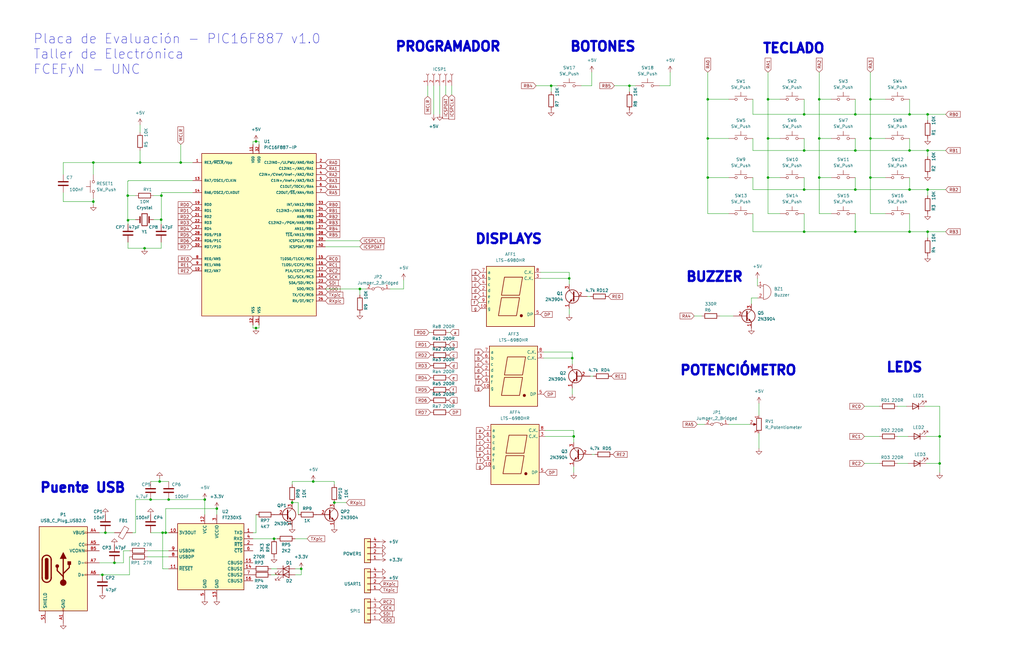
<source format=kicad_sch>
(kicad_sch (version 20230121) (generator eeschema)
  (paper "USLedger")
  (junction (at 383.54 63.5))
  (junction (at 39.37 85.09))
  (junction (at 241.935 184.15))
  (junction (at 76.2 68.58))
  (junction (at 44.45 224.79))
  (junction (at 345.44 74.93))
  (junction (at 360.68 80.01))
  (junction (at 298.45 58.42))
  (junction (at 339.09 80.01))
  (junction (at 140.97 212.09))
  (junction (at 391.16 63.5))
  (junction (at 241.3 151.13))
  (junction (at 67.945 92.71))
  (junction (at 383.54 97.79))
  (junction (at 360.68 63.5))
  (junction (at 107.95 138.43))
  (junction (at 60.96 104.775))
  (junction (at 59.055 68.58))
  (junction (at 86.36 210.82))
  (junction (at 132.08 203.2))
  (junction (at 107.95 59.69))
  (junction (at 115.57 227.33))
  (junction (at 391.16 97.79))
  (junction (at 91.44 214.63))
  (junction (at 53.975 92.964))
  (junction (at 123.19 212.09))
  (junction (at 127 240.03))
  (junction (at 240.03 117.475))
  (junction (at 265.43 36.195))
  (junction (at 71.12 210.82))
  (junction (at 367.03 74.93))
  (junction (at 68.072 82.55))
  (junction (at 48.26 237.49))
  (junction (at 298.45 41.91))
  (junction (at 151.765 121.92))
  (junction (at 383.54 80.01))
  (junction (at 323.85 58.42))
  (junction (at 367.03 58.42))
  (junction (at 396.24 184.15))
  (junction (at 339.09 63.5))
  (junction (at 39.37 68.58))
  (junction (at 391.16 80.01))
  (junction (at 360.68 97.79))
  (junction (at 43.18 242.57))
  (junction (at 383.54 48.26))
  (junction (at 232.41 36.195))
  (junction (at 67.31 203.2))
  (junction (at 298.45 74.93))
  (junction (at 339.09 48.26))
  (junction (at 69.85 224.79))
  (junction (at 391.16 48.26))
  (junction (at 323.85 41.91))
  (junction (at 53.848 82.55))
  (junction (at 68.58 224.79))
  (junction (at 367.03 41.91))
  (junction (at 339.09 97.79))
  (junction (at 360.68 48.26))
  (junction (at 323.85 74.93))
  (junction (at 345.44 58.42))
  (junction (at 345.44 41.91))
  (junction (at 63.5 210.82))
  (junction (at 396.24 195.58))
  (wire (pts (xy 383.54 80.01) (xy 391.16 80.01)))
  (wire (pts (xy 383.54 58.42) (xy 383.54 63.5)))
  (wire (pts (xy 323.85 90.17) (xy 323.85 74.93)))
  (wire (pts (xy 91.44 214.63) (xy 91.44 217.17)))
  (wire (pts (xy 52.07 237.49) (xy 52.07 232.41)))
  (wire (pts (xy 328.93 41.91) (xy 323.85 41.91)))
  (wire (pts (xy 182.88 48.26) (xy 182.88 36.195)))
  (wire (pts (xy 107.95 59.69) (xy 109.22 59.69)))
  (wire (pts (xy 383.54 90.17) (xy 383.54 97.79)))
  (wire (pts (xy 240.03 117.475) (xy 240.03 120.015)))
  (wire (pts (xy 41.91 242.57) (xy 43.18 242.57)))
  (wire (pts (xy 307.34 90.17) (xy 298.45 90.17)))
  (wire (pts (xy 360.68 58.42) (xy 360.68 63.5)))
  (wire (pts (xy 86.36 210.82) (xy 86.36 217.17)))
  (wire (pts (xy 48.26 237.49) (xy 52.07 237.49)))
  (wire (pts (xy 54.102 76.2) (xy 81.28 76.2)))
  (wire (pts (xy 345.44 41.91) (xy 345.44 58.42)))
  (wire (pts (xy 124.46 242.57) (xy 127 242.57)))
  (wire (pts (xy 106.68 59.69) (xy 106.68 60.96)))
  (wire (pts (xy 109.22 138.43) (xy 109.22 137.16)))
  (wire (pts (xy 360.68 41.91) (xy 360.68 48.26)))
  (wire (pts (xy 62.23 234.95) (xy 71.12 234.95)))
  (wire (pts (xy 64.77 92.71) (xy 67.945 92.71)))
  (wire (pts (xy 364.49 171.45) (xy 370.84 171.45)))
  (wire (pts (xy 62.23 232.41) (xy 71.12 232.41)))
  (wire (pts (xy 232.41 36.195) (xy 232.41 38.735)))
  (wire (pts (xy 229.87 184.15) (xy 241.935 184.15)))
  (wire (pts (xy 115.57 227.33) (xy 106.68 227.33)))
  (wire (pts (xy 282.575 36.195) (xy 278.13 36.195)))
  (wire (pts (xy 345.44 74.93) (xy 350.52 74.93)))
  (wire (pts (xy 345.44 30.48) (xy 345.44 41.91)))
  (wire (pts (xy 373.38 90.17) (xy 367.03 90.17)))
  (wire (pts (xy 67.31 201.93) (xy 67.31 203.2)))
  (wire (pts (xy 53.975 102.235) (xy 53.975 104.775)))
  (wire (pts (xy 123.19 203.2) (xy 123.19 204.47)))
  (wire (pts (xy 247.65 125.095) (xy 248.92 125.095)))
  (wire (pts (xy 339.09 90.17) (xy 339.09 97.79)))
  (wire (pts (xy 241.935 196.85) (xy 241.935 199.39)))
  (wire (pts (xy 180.34 36.195) (xy 180.34 40.64)))
  (wire (pts (xy 69.85 224.79) (xy 68.58 224.79)))
  (wire (pts (xy 54.102 76.454) (xy 54.102 76.2)))
  (wire (pts (xy 316.865 125.73) (xy 316.865 128.27)))
  (wire (pts (xy 53.975 92.71) (xy 57.15 92.71)))
  (wire (pts (xy 64.77 82.55) (xy 68.072 82.55)))
  (wire (pts (xy 63.5 203.2) (xy 67.31 203.2)))
  (wire (pts (xy 319.405 117.475) (xy 319.405 120.65)))
  (wire (pts (xy 282.575 30.48) (xy 282.575 36.195)))
  (wire (pts (xy 39.37 68.58) (xy 59.055 68.58)))
  (wire (pts (xy 317.5 74.93) (xy 317.5 80.01)))
  (wire (pts (xy 328.93 90.17) (xy 323.85 90.17)))
  (wire (pts (xy 41.91 237.49) (xy 48.26 237.49)))
  (wire (pts (xy 396.24 195.58) (xy 396.24 199.39)))
  (wire (pts (xy 180.975 140.335) (xy 181.61 140.335)))
  (wire (pts (xy 360.68 90.17) (xy 360.68 97.79)))
  (wire (pts (xy 367.03 58.42) (xy 367.03 74.93)))
  (wire (pts (xy 68.072 92.71) (xy 67.945 92.71)))
  (wire (pts (xy 259.08 36.195) (xy 265.43 36.195)))
  (wire (pts (xy 151.765 121.92) (xy 154.305 121.92)))
  (wire (pts (xy 71.12 240.03) (xy 68.58 240.03)))
  (wire (pts (xy 367.03 74.93) (xy 373.38 74.93)))
  (wire (pts (xy 71.12 224.79) (xy 69.85 224.79)))
  (wire (pts (xy 339.09 74.93) (xy 339.09 80.01)))
  (wire (pts (xy 367.03 41.91) (xy 373.38 41.91)))
  (wire (pts (xy 226.06 36.195) (xy 232.41 36.195)))
  (wire (pts (xy 76.2 60.96) (xy 76.2 68.58)))
  (wire (pts (xy 339.09 63.5) (xy 360.68 63.5)))
  (wire (pts (xy 114.3 242.57) (xy 116.84 242.57)))
  (wire (pts (xy 298.45 90.17) (xy 298.45 74.93)))
  (wire (pts (xy 345.44 58.42) (xy 350.52 58.42)))
  (wire (pts (xy 54.102 76.454) (xy 53.848 76.454)))
  (wire (pts (xy 53.975 92.964) (xy 53.975 94.615)))
  (wire (pts (xy 53.848 76.454) (xy 53.848 82.55)))
  (wire (pts (xy 52.07 232.41) (xy 54.61 232.41)))
  (wire (pts (xy 71.12 210.82) (xy 86.36 210.82)))
  (wire (pts (xy 391.16 50.8) (xy 391.16 48.26)))
  (wire (pts (xy 164.465 121.92) (xy 170.18 121.92)))
  (wire (pts (xy 109.22 59.69) (xy 109.22 60.96)))
  (wire (pts (xy 396.24 184.15) (xy 396.24 195.58)))
  (wire (pts (xy 26.67 68.58) (xy 39.37 68.58)))
  (wire (pts (xy 298.45 74.93) (xy 307.34 74.93)))
  (wire (pts (xy 364.49 195.58) (xy 370.84 195.58)))
  (wire (pts (xy 44.45 224.79) (xy 48.26 224.79)))
  (wire (pts (xy 170.18 121.92) (xy 170.18 118.11)))
  (wire (pts (xy 107.95 138.43) (xy 109.22 138.43)))
  (wire (pts (xy 140.97 203.2) (xy 140.97 204.47)))
  (wire (pts (xy 383.54 41.91) (xy 383.54 48.26)))
  (wire (pts (xy 323.85 30.48) (xy 323.85 41.91)))
  (wire (pts (xy 350.52 90.17) (xy 345.44 90.17)))
  (wire (pts (xy 240.03 114.935) (xy 240.03 117.475)))
  (wire (pts (xy 63.5 210.82) (xy 71.12 210.82)))
  (wire (pts (xy 69.85 224.79) (xy 69.85 214.63)))
  (wire (pts (xy 76.2 68.58) (xy 81.28 68.58)))
  (wire (pts (xy 59.055 63.5) (xy 59.055 68.58)))
  (wire (pts (xy 360.68 63.5) (xy 383.54 63.5)))
  (wire (pts (xy 68.58 224.79) (xy 68.58 240.03)))
  (wire (pts (xy 116.84 227.33) (xy 115.57 227.33)))
  (wire (pts (xy 232.41 36.195) (xy 234.95 36.195)))
  (wire (pts (xy 345.44 74.93) (xy 345.44 90.17)))
  (wire (pts (xy 367.03 30.48) (xy 367.03 41.91)))
  (wire (pts (xy 390.525 184.15) (xy 396.24 184.15)))
  (wire (pts (xy 298.45 58.42) (xy 307.34 58.42)))
  (wire (pts (xy 107.95 59.69) (xy 106.68 59.69)))
  (wire (pts (xy 298.45 74.93) (xy 298.45 58.42)))
  (wire (pts (xy 391.16 82.55) (xy 391.16 80.01)))
  (wire (pts (xy 39.37 68.58) (xy 39.37 73.66)))
  (wire (pts (xy 298.45 30.48) (xy 298.45 41.91)))
  (wire (pts (xy 123.19 212.09) (xy 125.73 212.09)))
  (wire (pts (xy 317.5 80.01) (xy 339.09 80.01)))
  (wire (pts (xy 132.08 203.2) (xy 140.97 203.2)))
  (wire (pts (xy 67.945 102.235) (xy 67.945 104.775)))
  (wire (pts (xy 240.03 130.175) (xy 240.03 132.715)))
  (wire (pts (xy 241.935 181.61) (xy 241.935 184.15)))
  (wire (pts (xy 323.85 58.42) (xy 323.85 41.91)))
  (wire (pts (xy 339.09 48.26) (xy 360.68 48.26)))
  (wire (pts (xy 323.85 74.93) (xy 328.93 74.93)))
  (wire (pts (xy 367.03 58.42) (xy 373.38 58.42)))
  (wire (pts (xy 383.54 63.5) (xy 391.16 63.5)))
  (wire (pts (xy 317.5 97.79) (xy 339.09 97.79)))
  (wire (pts (xy 53.848 92.964) (xy 53.975 92.964)))
  (wire (pts (xy 229.235 148.59) (xy 241.3 148.59)))
  (wire (pts (xy 391.16 48.26) (xy 398.78 48.26)))
  (wire (pts (xy 132.08 203.2) (xy 123.19 203.2)))
  (wire (pts (xy 390.525 195.58) (xy 396.24 195.58)))
  (wire (pts (xy 57.15 224.79) (xy 57.15 210.82)))
  (wire (pts (xy 383.54 48.26) (xy 391.16 48.26)))
  (wire (pts (xy 383.54 97.79) (xy 391.16 97.79)))
  (wire (pts (xy 320.04 170.18) (xy 320.04 175.26)))
  (wire (pts (xy 323.85 74.93) (xy 323.85 58.42)))
  (wire (pts (xy 339.09 80.01) (xy 360.68 80.01)))
  (wire (pts (xy 317.5 48.26) (xy 339.09 48.26)))
  (wire (pts (xy 378.46 195.58) (xy 382.905 195.58)))
  (wire (pts (xy 339.09 41.91) (xy 339.09 48.26)))
  (wire (pts (xy 63.5 224.79) (xy 68.58 224.79)))
  (wire (pts (xy 129.54 227.33) (xy 124.46 227.33)))
  (wire (pts (xy 59.055 52.705) (xy 59.055 55.88)))
  (wire (pts (xy 107.95 217.17) (xy 107.95 224.79)))
  (wire (pts (xy 53.975 104.775) (xy 60.96 104.775)))
  (wire (pts (xy 53.848 82.55) (xy 57.15 82.55)))
  (wire (pts (xy 67.945 92.71) (xy 67.945 94.615)))
  (wire (pts (xy 106.68 224.79) (xy 107.95 224.79)))
  (wire (pts (xy 26.67 73.66) (xy 26.67 68.58)))
  (wire (pts (xy 378.46 171.45) (xy 382.27 171.45)))
  (wire (pts (xy 54.61 234.95) (xy 54.61 242.57)))
  (wire (pts (xy 69.85 214.63) (xy 91.44 214.63)))
  (wire (pts (xy 317.5 63.5) (xy 339.09 63.5)))
  (wire (pts (xy 317.5 58.42) (xy 317.5 63.5)))
  (wire (pts (xy 41.91 224.79) (xy 44.45 224.79)))
  (wire (pts (xy 248.92 158.75) (xy 250.19 158.75)))
  (wire (pts (xy 360.68 74.93) (xy 360.68 80.01)))
  (wire (pts (xy 298.45 58.42) (xy 298.45 41.91)))
  (wire (pts (xy 360.68 80.01) (xy 383.54 80.01)))
  (wire (pts (xy 137.16 101.6) (xy 151.765 101.6)))
  (wire (pts (xy 241.3 148.59) (xy 241.3 151.13)))
  (wire (pts (xy 316.865 125.73) (xy 319.405 125.73)))
  (wire (pts (xy 320.04 182.88) (xy 320.04 189.23)))
  (wire (pts (xy 241.935 184.15) (xy 241.935 186.69)))
  (wire (pts (xy 317.5 90.17) (xy 317.5 97.79)))
  (wire (pts (xy 26.67 85.09) (xy 39.37 85.09)))
  (wire (pts (xy 229.235 151.13) (xy 241.3 151.13)))
  (wire (pts (xy 227.965 117.475) (xy 240.03 117.475)))
  (wire (pts (xy 303.53 133.35) (xy 309.245 133.35)))
  (wire (pts (xy 360.68 48.26) (xy 383.54 48.26)))
  (wire (pts (xy 81.28 81.28) (xy 68.072 81.28)))
  (wire (pts (xy 391.16 97.79) (xy 398.78 97.79)))
  (wire (pts (xy 396.24 171.45) (xy 396.24 184.15)))
  (wire (pts (xy 249.555 36.195) (xy 245.11 36.195)))
  (wire (pts (xy 378.46 184.15) (xy 382.905 184.15)))
  (wire (pts (xy 127 242.57) (xy 127 240.03)))
  (wire (pts (xy 137.16 104.14) (xy 151.765 104.14)))
  (wire (pts (xy 67.945 104.775) (xy 60.96 104.775)))
  (wire (pts (xy 383.54 74.93) (xy 383.54 80.01)))
  (wire (pts (xy 124.46 240.03) (xy 127 240.03)))
  (wire (pts (xy 125.73 212.09) (xy 125.73 217.17)))
  (wire (pts (xy 227.965 114.935) (xy 240.03 114.935)))
  (wire (pts (xy 55.88 224.79) (xy 57.15 224.79)))
  (wire (pts (xy 317.5 41.91) (xy 317.5 48.26)))
  (wire (pts (xy 106.68 138.43) (xy 107.95 138.43)))
  (wire (pts (xy 68.072 82.55) (xy 68.072 92.71)))
  (wire (pts (xy 339.09 58.42) (xy 339.09 63.5)))
  (wire (pts (xy 391.16 66.04) (xy 391.16 63.5)))
  (wire (pts (xy 249.555 30.48) (xy 249.555 36.195)))
  (wire (pts (xy 389.89 171.45) (xy 396.24 171.45)))
  (wire (pts (xy 367.03 74.93) (xy 367.03 90.17)))
  (wire (pts (xy 339.09 97.79) (xy 360.68 97.79)))
  (wire (pts (xy 241.3 163.83) (xy 241.3 166.37)))
  (wire (pts (xy 185.42 36.195) (xy 185.42 48.26)))
  (wire (pts (xy 137.16 121.92) (xy 151.765 121.92)))
  (wire (pts (xy 345.44 41.91) (xy 350.52 41.91)))
  (wire (pts (xy 67.31 203.2) (xy 71.12 203.2)))
  (wire (pts (xy 391.16 63.5) (xy 398.78 63.5)))
  (wire (pts (xy 249.555 191.77) (xy 250.825 191.77)))
  (wire (pts (xy 190.5 36.195) (xy 190.5 40.005)))
  (wire (pts (xy 391.16 80.01) (xy 398.78 80.01)))
  (wire (pts (xy 364.49 184.15) (xy 370.84 184.15)))
  (wire (pts (xy 265.43 36.195) (xy 267.97 36.195)))
  (wire (pts (xy 187.96 36.195) (xy 187.96 40.005)))
  (wire (pts (xy 229.87 181.61) (xy 241.935 181.61)))
  (wire (pts (xy 151.765 124.46) (xy 151.765 121.92)))
  (wire (pts (xy 26.67 81.28) (xy 26.67 85.09)))
  (wire (pts (xy 140.97 212.09) (xy 146.05 212.09)))
  (wire (pts (xy 201.93 127.635) (xy 202.565 127.635)))
  (wire (pts (xy 298.45 41.91) (xy 307.34 41.91)))
  (wire (pts (xy 57.15 210.82) (xy 63.5 210.82)))
  (wire (pts (xy 39.37 85.09) (xy 39.37 86.36)))
  (wire (pts (xy 297.18 179.07) (xy 294.005 179.07)))
  (wire (pts (xy 68.072 81.28) (xy 68.072 82.55)))
  (wire (pts (xy 189.865 140.335) (xy 189.23 140.335)))
  (wire (pts (xy 53.848 82.55) (xy 53.848 92.964)))
  (wire (pts (xy 292.735 133.35) (xy 295.91 133.35)))
  (wire (pts (xy 114.3 240.03) (xy 116.84 240.03)))
  (wire (pts (xy 53.975 92.964) (xy 53.975 92.71)))
  (wire (pts (xy 367.03 41.91) (xy 367.03 58.42)))
  (wire (pts (xy 316.23 179.07) (xy 307.34 179.07)))
  (wire (pts (xy 241.3 151.13) (xy 241.3 153.67)))
  (wire (pts (xy 106.68 137.16) (xy 106.68 138.43)))
  (wire (pts (xy 360.68 97.79) (xy 383.54 97.79)))
  (wire (pts (xy 265.43 36.195) (xy 265.43 38.735)))
  (wire (pts (xy 59.055 68.58) (xy 76.2 68.58)))
  (wire (pts (xy 43.18 242.57) (xy 54.61 242.57)))
  (wire (pts (xy 345.44 58.42) (xy 345.44 74.93)))
  (wire (pts (xy 391.16 100.33) (xy 391.16 97.79)))
  (wire (pts (xy 39.37 83.82) (xy 39.37 85.09)))
  (wire (pts (xy 323.85 58.42) (xy 328.93 58.42)))
  (text "BUZZER\n\n" (at 288.925 125.73 0) (effects (font (size 4 4) (thickness 1) bold) (justify left bottom)))
  (text "Placa de Evaluación - PIC16F887 v1.0\nTaller de Electrónica\nFCEFyN - UNC" (at 13.97 31.75 0) (effects (font (size 4 4)) (justify left bottom)))
  (text "LEDS\n" (at 373.38 157.48 0) (effects (font (size 4 4) (thickness 1) bold) (justify left bottom)))
  (text "BOTONES\n\n" (at 240.03 28.575 0) (effects (font (size 4 4) (thickness 1) bold) (justify left bottom)))
  (text "PROGRAMADOR\n\n" (at 166.37 28.575 0) (effects (font (size 4 4) (thickness 1) bold) (justify left bottom)))
  (text "TECLADO\n" (at 321.31 22.86 0) (effects (font (size 4 4) (thickness 1) bold) (justify left bottom)))
  (text "DISPLAYS\n\n\n" (at 200.025 116.205 0) (effects (font (size 4 4) (thickness 1) bold) (justify left bottom)))
  (text "Puente USB" (at 16.51 208.28 0) (effects (font (size 4 4) (thickness 1) bold) (justify left bottom)))
  (text "POTENCIÓMETRO\n" (at 286.385 158.75 0) (effects (font (size 4 4) (thickness 1) bold) (justify left bottom)))
  (global_label "RA5" (shape input) (at 137.16 81.28 0) (property "Intersheetrefs" "${INTERSHEET_REFS}" (effects hide)))
  (global_label "RC1" (shape input) (at 364.49 184.15 180) (property "Intersheetrefs" "${INTERSHEET_REFS}" (effects hide)))
  (global_label "RD7" (shape input) (at 81.28 104.14 180) (property "Intersheetrefs" "${INTERSHEET_REFS}" (effects hide)))
  (global_label "RC0" (shape input) (at 137.16 109.22 0) (property "Intersheetrefs" "${INTERSHEET_REFS}" (effects hide)))
  (global_label "RA1" (shape input) (at 137.16 71.12 0) (property "Intersheetrefs" "${INTERSHEET_REFS}" (effects hide)))
  (global_label "RB1" (shape input) (at 398.78 63.5 0) (property "Intersheetrefs" "${INTERSHEET_REFS}" (effects hide)))
  (global_label "b" (shape input) (at 202.565 117.475 180) (property "Intersheetrefs" "${INTERSHEET_REFS}" (effects hide)))
  (global_label "RA3" (shape input) (at 367.03 30.48 90) (property "Intersheetrefs" "${INTERSHEET_REFS}" (effects hide)))
  (global_label "c" (shape input) (at 189.23 149.86 0) (property "Intersheetrefs" "${INTERSHEET_REFS}" (effects hide)))
  (global_label "d" (shape input) (at 204.47 189.23 180) (property "Intersheetrefs" "${INTERSHEET_REFS}" (effects hide)))
  (global_label "e" (shape input) (at 203.835 158.75 180) (property "Intersheetrefs" "${INTERSHEET_REFS}" (effects hide)))
  (global_label "e" (shape input) (at 202.565 125.095 180) (property "Intersheetrefs" "${INTERSHEET_REFS}" (effects hide)))
  (global_label "RD0" (shape input) (at 180.975 140.335 180) (property "Intersheetrefs" "${INTERSHEET_REFS}" (effects hide)))
  (global_label "RA0" (shape input) (at 137.16 68.58 0) (property "Intersheetrefs" "${INTERSHEET_REFS}" (effects hide)))
  (global_label "RC1" (shape input) (at 137.16 111.76 0) (property "Intersheetrefs" "${INTERSHEET_REFS}" (effects hide)))
  (global_label "RB2" (shape input) (at 137.16 91.44 0) (property "Intersheetrefs" "${INTERSHEET_REFS}" (effects hide)))
  (global_label "RB4" (shape input) (at 137.16 96.52 0) (property "Intersheetrefs" "${INTERSHEET_REFS}" (effects hide)))
  (global_label "RA4" (shape input) (at 137.16 78.74 0) (property "Intersheetrefs" "${INTERSHEET_REFS}" (effects hide)))
  (global_label "g" (shape input) (at 189.23 168.91 0) (property "Intersheetrefs" "${INTERSHEET_REFS}" (effects hide)))
  (global_label "RD6" (shape input) (at 81.28 101.6 180) (property "Intersheetrefs" "${INTERSHEET_REFS}" (effects hide)))
  (global_label "RA2" (shape input) (at 345.44 30.48 90) (property "Intersheetrefs" "${INTERSHEET_REFS}" (effects hide)))
  (global_label "RD1" (shape input) (at 81.28 88.9 180) (property "Intersheetrefs" "${INTERSHEET_REFS}" (effects hide)))
  (global_label "ICSPDAT" (shape input) (at 151.765 104.14 0) (property "Intersheetrefs" "${INTERSHEET_REFS}" (effects hide)))
  (global_label "SCK" (shape input) (at 160.02 256.54 0) (property "Intersheetrefs" "${INTERSHEET_REFS}" (effects hide)))
  (global_label "TXpic" (shape input) (at 137.16 124.46 0) (property "Intersheetrefs" "${INTERSHEET_REFS}" (effects hide)))
  (global_label "e" (shape input) (at 204.47 191.77 180) (property "Intersheetrefs" "${INTERSHEET_REFS}" (effects hide)))
  (global_label "RE0" (shape input) (at 81.28 109.22 180) (property "Intersheetrefs" "${INTERSHEET_REFS}" (effects hide)))
  (global_label "RE0" (shape input) (at 256.54 125.095 0) (property "Intersheetrefs" "${INTERSHEET_REFS}" (effects hide)))
  (global_label "b" (shape input) (at 204.47 184.15 180) (property "Intersheetrefs" "${INTERSHEET_REFS}" (effects hide)))
  (global_label "g" (shape input) (at 204.47 196.85 180) (property "Intersheetrefs" "${INTERSHEET_REFS}" (effects hide)))
  (global_label "RE1" (shape input) (at 257.81 158.75 0) (property "Intersheetrefs" "${INTERSHEET_REFS}" (effects hide)))
  (global_label "RB1" (shape input) (at 137.16 88.9 0) (property "Intersheetrefs" "${INTERSHEET_REFS}" (effects hide)))
  (global_label "TXpic" (shape input) (at 129.54 227.33 0) (property "Intersheetrefs" "${INTERSHEET_REFS}" (effects hide)))
  (global_label "RB0" (shape input) (at 398.78 48.26 0) (property "Intersheetrefs" "${INTERSHEET_REFS}" (effects hide)))
  (global_label "b" (shape input) (at 189.23 145.415 0) (property "Intersheetrefs" "${INTERSHEET_REFS}" (effects hide)))
  (global_label "RB2" (shape input) (at 398.78 80.01 0) (property "Intersheetrefs" "${INTERSHEET_REFS}" (effects hide)))
  (global_label "RD4" (shape input) (at 181.61 159.385 180) (property "Intersheetrefs" "${INTERSHEET_REFS}" (effects hide)))
  (global_label "RA2" (shape input) (at 137.16 73.66 0) (property "Intersheetrefs" "${INTERSHEET_REFS}" (effects hide)))
  (global_label "RB3" (shape input) (at 137.16 93.98 0) (property "Intersheetrefs" "${INTERSHEET_REFS}" (effects hide)))
  (global_label "RE2" (shape input) (at 81.28 114.3 180) (property "Intersheetrefs" "${INTERSHEET_REFS}" (effects hide)))
  (global_label "g" (shape input) (at 202.565 130.175 180) (property "Intersheetrefs" "${INTERSHEET_REFS}" (effects hide)))
  (global_label "f" (shape input) (at 203.835 161.29 180) (property "Intersheetrefs" "${INTERSHEET_REFS}" (effects hide)))
  (global_label "RC2" (shape input) (at 137.16 114.3 0) (property "Intersheetrefs" "${INTERSHEET_REFS}" (effects hide)))
  (global_label "RE2" (shape input) (at 258.445 191.77 0) (property "Intersheetrefs" "${INTERSHEET_REFS}" (effects hide)))
  (global_label "RC2" (shape input) (at 160.02 254 0) (property "Intersheetrefs" "${INTERSHEET_REFS}" (effects hide)))
  (global_label "ICSPCLK" (shape input) (at 190.5 40.005 270) (property "Intersheetrefs" "${INTERSHEET_REFS}" (effects hide)))
  (global_label "d" (shape input) (at 189.23 154.305 0) (property "Intersheetrefs" "${INTERSHEET_REFS}" (effects hide)))
  (global_label "SDO" (shape input) (at 160.02 261.62 0) (property "Intersheetrefs" "${INTERSHEET_REFS}" (effects hide)))
  (global_label "a" (shape input) (at 204.47 181.61 180) (property "Intersheetrefs" "${INTERSHEET_REFS}" (effects hide)))
  (global_label "RC0" (shape input) (at 364.49 171.45 180) (property "Intersheetrefs" "${INTERSHEET_REFS}" (effects hide)))
  (global_label "RA5" (shape input) (at 294.005 179.07 180) (property "Intersheetrefs" "${INTERSHEET_REFS}" (effects hide)))
  (global_label "RB5" (shape input) (at 137.16 99.06 0) (property "Intersheetrefs" "${INTERSHEET_REFS}" (effects hide)))
  (global_label "RXpic" (shape input) (at 137.16 127 0) (property "Intersheetrefs" "${INTERSHEET_REFS}" (effects hide)))
  (global_label "a" (shape input) (at 202.565 114.935 180) (property "Intersheetrefs" "${INTERSHEET_REFS}" (effects hide)))
  (global_label "RD4" (shape input) (at 81.28 96.52 180) (property "Intersheetrefs" "${INTERSHEET_REFS}" (effects hide)))
  (global_label "RD7" (shape input) (at 181.61 173.99 180) (property "Intersheetrefs" "${INTERSHEET_REFS}" (effects hide)))
  (global_label "RD3" (shape input) (at 81.28 93.98 180) (property "Intersheetrefs" "${INTERSHEET_REFS}" (effects hide)))
  (global_label "f" (shape input) (at 204.47 194.31 180) (property "Intersheetrefs" "${INTERSHEET_REFS}" (effects hide)))
  (global_label "RB4" (shape input) (at 226.06 36.195 180) (property "Intersheetrefs" "${INTERSHEET_REFS}" (effects hide)))
  (global_label "MCLR" (shape input) (at 76.2 60.96 90) (property "Intersheetrefs" "${INTERSHEET_REFS}" (effects hide)))
  (global_label "RE1" (shape input) (at 81.28 111.76 180) (property "Intersheetrefs" "${INTERSHEET_REFS}" (effects hide)))
  (global_label "RA3" (shape input) (at 137.16 76.2 0) (property "Intersheetrefs" "${INTERSHEET_REFS}" (effects hide)))
  (global_label "RXpic" (shape input) (at 160.02 246.38 0) (property "Intersheetrefs" "${INTERSHEET_REFS}" (effects hide)))
  (global_label "RD5" (shape input) (at 81.28 99.06 180) (property "Intersheetrefs" "${INTERSHEET_REFS}" (effects hide)))
  (global_label "RA0" (shape input) (at 298.45 30.48 90) (property "Intersheetrefs" "${INTERSHEET_REFS}" (effects hide)))
  (global_label "RD2" (shape input) (at 181.61 149.86 180) (property "Intersheetrefs" "${INTERSHEET_REFS}" (effects hide)))
  (global_label "a" (shape input) (at 203.835 148.59 180) (property "Intersheetrefs" "${INTERSHEET_REFS}" (effects hide)))
  (global_label "e" (shape input) (at 189.23 159.385 0) (property "Intersheetrefs" "${INTERSHEET_REFS}" (effects hide)))
  (global_label "RD1" (shape input) (at 181.61 145.415 180) (property "Intersheetrefs" "${INTERSHEET_REFS}" (effects hide)))
  (global_label "DP" (shape input) (at 227.965 132.715 0) (property "Intersheetrefs" "${INTERSHEET_REFS}" (effects hide)))
  (global_label "c" (shape input) (at 202.565 120.015 180) (property "Intersheetrefs" "${INTERSHEET_REFS}" (effects hide)))
  (global_label "RD6" (shape input) (at 181.61 168.91 180) (property "Intersheetrefs" "${INTERSHEET_REFS}" (effects hide)))
  (global_label "TXpic" (shape input) (at 160.02 248.92 0) (property "Intersheetrefs" "${INTERSHEET_REFS}" (effects hide)))
  (global_label "ICSPDAT" (shape input) (at 187.96 40.005 270) (property "Intersheetrefs" "${INTERSHEET_REFS}" (effects hide)))
  (global_label "b" (shape input) (at 203.835 151.13 180) (property "Intersheetrefs" "${INTERSHEET_REFS}" (effects hide)))
  (global_label "SCK" (shape input) (at 137.16 116.84 0) (property "Intersheetrefs" "${INTERSHEET_REFS}" (effects hide)))
  (global_label "SDO" (shape input) (at 137.16 121.92 0) (property "Intersheetrefs" "${INTERSHEET_REFS}" (effects hide)))
  (global_label "RA1" (shape input) (at 323.85 30.48 90) (property "Intersheetrefs" "${INTERSHEET_REFS}" (effects hide)))
  (global_label "d" (shape input) (at 202.565 122.555 180) (property "Intersheetrefs" "${INTERSHEET_REFS}" (effects hide)))
  (global_label "a" (shape input) (at 189.865 140.335 0) (property "Intersheetrefs" "${INTERSHEET_REFS}" (effects hide)))
  (global_label "f" (shape input) (at 201.93 127.635 180) (property "Intersheetrefs" "${INTERSHEET_REFS}" (effects hide)))
  (global_label "c" (shape input) (at 203.835 153.67 180) (property "Intersheetrefs" "${INTERSHEET_REFS}" (effects hide)))
  (global_label "c" (shape input) (at 204.47 186.69 180) (property "Intersheetrefs" "${INTERSHEET_REFS}" (effects hide)))
  (global_label "RD2" (shape input) (at 81.28 91.44 180) (property "Intersheetrefs" "${INTERSHEET_REFS}" (effects hide)))
  (global_label "SDI" (shape input) (at 160.02 259.08 0) (property "Intersheetrefs" "${INTERSHEET_REFS}" (effects hide)))
  (global_label "g" (shape input) (at 203.835 163.83 180) (property "Intersheetrefs" "${INTERSHEET_REFS}" (effects hide)))
  (global_label "DP" (shape input) (at 189.23 173.99 0) (property "Intersheetrefs" "${INTERSHEET_REFS}" (effects hide)))
  (global_label "MCLR" (shape input) (at 180.34 40.64 270) (property "Intersheetrefs" "${INTERSHEET_REFS}" (effects hide)))
  (global_label "d" (shape input) (at 203.835 156.21 180) (property "Intersheetrefs" "${INTERSHEET_REFS}" (effects hide)))
  (global_label "RD5" (shape input) (at 181.61 164.465 180) (property "Intersheetrefs" "${INTERSHEET_REFS}" (effects hide)))
  (global_label "RD0" (shape input) (at 81.28 86.36 180) (property "Intersheetrefs" "${INTERSHEET_REFS}" (effects hide)))
  (global_label "RC2" (shape input) (at 364.49 195.58 180) (property "Intersheetrefs" "${INTERSHEET_REFS}" (effects hide)))
  (global_label "RXpic" (shape input) (at 146.05 212.09 0) (property "Intersheetrefs" "${INTERSHEET_REFS}" (effects hide)))
  (global_label "RB5" (shape input) (at 259.08 36.195 180) (property "Intersheetrefs" "${INTERSHEET_REFS}" (effects hide)))
  (global_label "RD3" (shape input) (at 181.61 154.305 180) (property "Intersheetrefs" "${INTERSHEET_REFS}" (effects hide)))
  (global_label "SDI" (shape input) (at 137.16 119.38 0) (property "Intersheetrefs" "${INTERSHEET_REFS}" (effects hide)))
  (global_label "ICSPCLK" (shape input) (at 151.765 101.6 0) (property "Intersheetrefs" "${INTERSHEET_REFS}" (effects hide)))
  (global_label "RB0" (shape input) (at 137.16 86.36 0) (property "Intersheetrefs" "${INTERSHEET_REFS}" (effects hide)))
  (global_label "DP" (shape input) (at 229.235 166.37 0) (property "Intersheetrefs" "${INTERSHEET_REFS}" (effects hide)))
  (global_label "RA4" (shape input) (at 292.735 133.35 180) (property "Intersheetrefs" "${INTERSHEET_REFS}" (effects hide)))
  (global_label "f" (shape input) (at 189.23 164.465 0) (property "Intersheetrefs" "${INTERSHEET_REFS}" (effects hide)))
  (global_label "DP" (shape input) (at 229.87 199.39 0) (property "Intersheetrefs" "${INTERSHEET_REFS}" (effects hide)))
  (global_label "RB3" (shape input) (at 398.78 97.79 0) (property "Intersheetrefs" "${INTERSHEET_REFS}" (effects hide)))
  (symbol (lib_id "Device:R") (at 58.42 234.95 270) (unit 1)
    (property "Reference" "RP1" (at 57.15 237.49 90))
    (property "Value" "27R" (at 62.23 237.49 90))
    (property "Footprint" "Resistor_SMD:R_1206_3216Metric_Pad1.30x1.75mm_HandSolder" (effects hide))
  )
  (symbol (lib_id "Switch:SW_Push") (at 355.6 74.93 0) (unit 1)
    (property "Reference" "SW11" (at 355.6 67.31 0))
    (property "Value" "SW_Push" (at 355.6 69.85 0))
    (property "Footprint" "Button_Switch_SMD:SW_SPST_PTS645" (effects hide))
  )
  (symbol (lib_id "power:+5V") (at 282.575 30.48 0) (unit 1)
    (property "Reference" "#PWR024" (effects hide))
    (property "Value" "+5V" (at 282.575 25.4 0))
  )
  (symbol (lib_id "power:GND") (at 140.97 222.25 0) (unit 1)
    (property "Reference" "#PWR033" (effects hide))
    (property "Value" "GND" (effects hide))
  )
  (symbol (lib_id "Transistor_BJT:2N3904") (at 244.475 191.77 0) (mirror y) (unit 1)
    (property "Reference" "Q3" (at 239.395 190.5 0) (effects (justify left)))
    (property "Value" "2N3904" (at 239.395 193.04 0) (effects (justify left)))
    (property "Footprint" "Package_TO_SOT_SMD:SOT-23_Handsoldering" (effects hide))
    (property "Datasheet" "https://www.onsemi.com/pub/Collateral/2N3903-D.PDF" (effects hide))
  )
  (symbol (lib_id "MCU_Microchip_PIC16:PIC16F887-IP") (at 109.22 99.06 0) (unit 1)
    (property "Reference" "U1" (at 111.2394 59.69 0) (effects (justify left)))
    (property "Value" "PIC16F887-IP" (at 111.2394 62.23 0) (effects (justify left)))
    (property "Footprint" "Package_DIP:DIP-40_W15.24mm_LongPads" (effects hide))
    (property "Datasheet" "http://ww1.microchip.com/downloads/en/DeviceDoc/41291D.pdf" (effects hide))
  )
  (symbol (lib_id "power:+5V") (at 320.04 170.18 0) (mirror y) (unit 1)
    (property "Reference" "#PWR014" (effects hide))
    (property "Value" "+5V" (at 320.04 165.1 0))
  )
  (symbol (lib_id "power:+5V") (at 107.95 59.69 0) (unit 1)
    (property "Reference" "#PWR010" (effects hide))
    (property "Value" "+5V" (at 107.95 54.61 0))
  )
  (symbol (lib_id "Transistor_BJT:2N3904") (at 243.84 158.75 0) (mirror y) (unit 1)
    (property "Reference" "Q2" (at 238.76 157.48 0) (effects (justify left)))
    (property "Value" "2N3904" (at 238.76 160.02 0) (effects (justify left)))
    (property "Footprint" "Package_TO_SOT_SMD:SOT-23_Handsoldering" (effects hide))
    (property "Datasheet" "https://www.onsemi.com/pub/Collateral/2N3903-D.PDF" (effects hide))
  )
  (symbol (lib_id "Device:LED") (at 120.65 240.03 0) (unit 1)
    (property "Reference" "D1" (at 121.92 237.49 0))
    (property "Value" "LED" (effects hide))
    (property "Footprint" "LED_SMD:LED_1206_3216Metric_Pad1.42x1.75mm_HandSolder" (effects hide))
  )
  (symbol (lib_id "power:GND") (at 63.5 217.17 180) (unit 1)
    (property "Reference" "#PWR05" (effects hide))
    (property "Value" "GND" (effects hide))
  )
  (symbol (lib_id "Device:R") (at 254 158.75 90) (mirror x) (unit 1)
    (property "Reference" "RD4" (at 255.27 156.21 90))
    (property "Value" "4.7k" (at 250.19 156.21 90))
    (property "Footprint" "Resistor_SMD:R_1206_3216Metric_Pad1.30x1.75mm_HandSolder" (effects hide))
  )
  (symbol (lib_id "Device:R") (at 58.42 232.41 270) (unit 1)
    (property "Reference" "RP2" (at 57.15 229.87 90))
    (property "Value" "27R" (at 62.23 229.87 90))
    (property "Footprint" "Resistor_SMD:R_1206_3216Metric_Pad1.30x1.75mm_HandSolder" (effects hide))
  )
  (symbol (lib_id "Device:LED") (at 120.65 242.57 0) (unit 1)
    (property "Reference" "D2" (at 121.92 245.11 0))
    (property "Value" "LED" (effects hide))
    (property "Footprint" "LED_SMD:LED_1206_3216Metric_Pad1.42x1.75mm_HandSolder" (effects hide))
  )
  (symbol (lib_id "power:GND") (at 44.45 217.17 180) (unit 1)
    (property "Reference" "#PWR01" (effects hide))
    (property "Value" "GND" (effects hide))
  )
  (symbol (lib_id "power:GND") (at 107.95 138.43 0) (unit 1)
    (property "Reference" "#PWR011" (effects hide))
    (property "Value" "GND" (effects hide))
  )
  (symbol (lib_id "Switch:SW_Push") (at 378.46 74.93 0) (unit 1)
    (property "Reference" "SW12" (at 378.46 67.31 0))
    (property "Value" "SW_Push" (at 378.46 69.85 0))
    (property "Footprint" "Button_Switch_SMD:SW_SPST_PTS645" (effects hide))
  )
  (symbol (lib_id "Transistor_BJT:2N3904") (at 314.325 133.35 0) (unit 1)
    (property "Reference" "Q5" (at 319.405 132.08 0) (effects (justify left)))
    (property "Value" "2N3904" (at 319.405 134.62 0) (effects (justify left)))
    (property "Footprint" "Package_TO_SOT_SMD:SOT-23_Handsoldering" (effects hide))
    (property "Datasheet" "https://www.onsemi.com/pub/Collateral/2N3903-D.PDF" (effects hide))
  )
  (symbol (lib_id "Switch:SW_Push") (at 378.46 58.42 0) (unit 1)
    (property "Reference" "SW8" (at 378.46 50.8 0))
    (property "Value" "SW_Push" (at 378.46 53.34 0))
    (property "Footprint" "Button_Switch_SMD:SW_SPST_PTS645" (effects hide))
  )
  (symbol (lib_id "Connector:USB_C_Plug_USB2.0") (at 26.67 240.03 0) (unit 1)
    (property "Reference" "P1" (at 26.67 217.17 0))
    (property "Value" "USB_C_Plug_USB2.0" (at 26.67 219.71 0))
    (property "Footprint" "Connector_USB:USB_C_Receptacle_GCT_USB4105-xx-A_16P_TopMnt_Horizontal" (effects hide))
    (property "Datasheet" "https://www.usb.org/sites/default/files/documents/usb_type-c.zip" (effects hide))
  )
  (symbol (lib_id "power:GND") (at 185.42 48.26 0) (unit 1)
    (property "Reference" "#PWR016" (effects hide))
    (property "Value" "GND" (effects hide))
  )
  (symbol (lib_id "Device:C") (at 43.18 246.38 0) (unit 1)
    (property "Reference" "CP2" (at 44.45 243.84 0) (effects (justify left)))
    (property "Value" "47pF" (at 44.45 248.92 0) (effects (justify left)))
    (property "Footprint" "Capacitor_SMD:C_1206_3216Metric_Pad1.33x1.80mm_HandSolder" (effects hide))
  )
  (symbol (lib_id "Device:R") (at 299.72 133.35 270) (unit 1)
    (property "Reference" "R6" (at 298.45 130.81 90))
    (property "Value" "330R" (at 299.72 128.27 90))
    (property "Footprint" "Resistor_SMD:R_1206_3216Metric_Pad1.30x1.75mm_HandSolder" (effects hide))
  )
  (symbol (lib_id "Device:R") (at 374.65 184.15 270) (unit 1)
    (property "Reference" "RD2" (at 373.38 181.61 90))
    (property "Value" "220R" (at 378.46 181.61 90))
    (property "Footprint" "Resistor_SMD:R_1206_3216Metric_Pad1.30x1.75mm_HandSolder" (effects hide))
  )
  (symbol (lib_id "Switch:SW_Push") (at 355.6 58.42 0) (unit 1)
    (property "Reference" "SW7" (at 355.6 50.8 0))
    (property "Value" "SW_Push" (at 355.6 53.34 0))
    (property "Footprint" "Button_Switch_SMD:SW_SPST_PTS645" (effects hide))
  )
  (symbol (lib_id "power:GND") (at 48.26 229.87 180) (unit 1)
    (property "Reference" "#PWR03" (effects hide))
    (property "Value" "GND" (effects hide))
  )
  (symbol (lib_id "Device:R") (at 110.49 240.03 270) (unit 1)
    (property "Reference" "RP3" (at 109.22 237.49 90))
    (property "Value" "270R" (at 109.22 234.95 90))
    (property "Footprint" "Resistor_SMD:R_1206_3216Metric_Pad1.30x1.75mm_HandSolder" (effects hide))
  )
  (symbol (lib_id "Device:R") (at 111.76 217.17 270) (unit 1)
    (property "Reference" "RP7" (at 111.76 219.71 90))
    (property "Value" "4K7" (at 111.76 222.25 90))
    (property "Footprint" "Resistor_SMD:R_1206_3216Metric_Pad1.30x1.75mm_HandSolder" (effects hide))
  )
  (symbol (lib_id "Switch:SW_Push") (at 312.42 58.42 0) (unit 1)
    (property "Reference" "SW5" (at 312.42 50.8 0))
    (property "Value" "SW_Push" (at 312.42 53.34 0))
    (property "Footprint" "Button_Switch_SMD:SW_SPST_PTS645" (effects hide))
  )
  (symbol (lib_id "Device:C") (at 44.45 220.98 0) (unit 1)
    (property "Reference" "CP1" (at 39.37 215.9 0) (effects (justify left)))
    (property "Value" "10nF" (at 39.37 218.44 0) (effects (justify left)))
    (property "Footprint" "Capacitor_SMD:C_1206_3216Metric_Pad1.33x1.80mm_HandSolder" (effects hide))
  )
  (symbol (lib_id "power:GND") (at 151.765 132.08 0) (unit 1)
    (property "Reference" "#PWR039" (effects hide))
    (property "Value" "GND" (effects hide))
  )
  (symbol (lib_id "Device:R") (at 374.65 195.58 270) (unit 1)
    (property "Reference" "RD3" (at 373.38 193.04 90))
    (property "Value" "220R" (at 378.46 193.04 90))
    (property "Footprint" "Resistor_SMD:R_1206_3216Metric_Pad1.30x1.75mm_HandSolder" (effects hide))
  )
  (symbol (lib_id "power:+5V") (at 160.02 228.6 270) (unit 1)
    (property "Reference" "#PWR045" (effects hide))
    (property "Value" "+5V" (at 163.83 228.6 90) (effects (justify left)))
  )
  (symbol (lib_id "Device:C") (at 53.975 98.425 180) (unit 1)
    (property "Reference" "CP7" (at 52.705 95.885 0) (effects (justify left)))
    (property "Value" "47pF" (at 59.055 95.885 0) (effects (justify left)))
    (property "Footprint" "Capacitor_SMD:C_1206_3216Metric_Pad1.33x1.80mm_HandSolder" (effects hide))
  )
  (symbol (lib_id "Device:R") (at 185.42 168.91 270) (unit 1)
    (property "Reference" "Ra6" (at 184.15 166.37 90))
    (property "Value" "200R" (at 189.23 166.37 90))
    (property "Footprint" "Resistor_SMD:R_1206_3216Metric_Pad1.30x1.75mm_HandSolder" (effects hide))
  )
  (symbol (lib_id "Device:R") (at 252.73 125.095 90) (mirror x) (unit 1)
    (property "Reference" "RD12" (at 254 122.555 90))
    (property "Value" "4.7k" (at 248.92 122.555 90))
    (property "Footprint" "Resistor_SMD:R_1206_3216Metric_Pad1.30x1.75mm_HandSolder" (effects hide))
  )
  (symbol (lib_id "Connector_Generic:Conn_01x04") (at 154.94 259.08 180) (unit 1)
    (property "Reference" "SPI1" (at 149.86 257.81 0))
    (property "Value" "Conn_01x04" (effects hide))
    (property "Footprint" "Connector_PinHeader_2.54mm:PinHeader_1x04_P2.54mm_Vertical" (effects hide))
  )
  (symbol (lib_id "Jumper:Jumper_2_Bridged") (at 159.385 121.92 0) (mirror y) (unit 1)
    (property "Reference" "JP2" (at 159.385 116.84 0))
    (property "Value" "Jumper_2_Bridged" (at 159.385 119.38 0))
    (property "Footprint" "Connector_PinHeader_2.54mm:PinHeader_1x02_P2.54mm_Vertical" (effects hide))
  )
  (symbol (lib_id "Device:R") (at 391.16 104.14 0) (unit 1)
    (property "Reference" "R4" (at 393.7 105.41 90))
    (property "Value" "10K" (at 393.7 100.33 90))
    (property "Footprint" "Resistor_SMD:R_1206_3216Metric_Pad1.30x1.75mm_HandSolder" (effects hide))
  )
  (symbol (lib_id "Display_Character:LTS-6980HR") (at 217.17 191.77 0) (unit 1)
    (property "Reference" "AFF4" (at 217.17 173.99 0))
    (property "Value" "LTS-6980HR" (at 217.17 176.53 0))
    (property "Footprint" "Display_7Segment:7SegmentLED_LTS6760_LTS6780" (effects hide))
    (property "Datasheet" "http://datasheet.octopart.com/LTS-6960HR-Lite-On-datasheet-11803242.pdf" (effects hide))
  )
  (symbol (lib_id "power:GND") (at 123.19 222.25 0) (unit 1)
    (property "Reference" "#PWR032" (effects hide))
    (property "Value" "GND" (effects hide))
  )
  (symbol (lib_id "Device:R") (at 185.42 145.415 270) (unit 1)
    (property "Reference" "Ra1" (at 184.15 142.875 90))
    (property "Value" "200R" (at 189.23 142.875 90))
    (property "Footprint" "Resistor_SMD:R_1206_3216Metric_Pad1.30x1.75mm_HandSolder" (effects hide))
  )
  (symbol (lib_id "Device:FerriteBead") (at 52.07 224.79 270) (unit 1)
    (property "Reference" "FB1" (at 52.07 219.71 90))
    (property "Value" "FerriteBead" (effects hide))
    (property "Footprint" "Inductor_SMD:L_0805_2012Metric_Pad1.15x1.40mm_HandSolder" (effects hide))
  )
  (symbol (lib_id "Device:C") (at 71.12 207.01 0) (unit 1)
    (property "Reference" "CP6" (at 72.39 204.47 0) (effects (justify left)))
    (property "Value" "100nF" (at 73.66 209.55 0) (effects (justify left)))
    (property "Footprint" "Capacitor_SMD:C_1206_3216Metric_Pad1.33x1.80mm_HandSolder" (effects hide))
  )
  (symbol (lib_id "power:GND") (at 160.02 233.68 90) (unit 1)
    (property "Reference" "#PWR044" (effects hide))
    (property "Value" "GND" (effects hide))
  )
  (symbol (lib_id "power:+3.3V") (at 91.44 214.63 0) (unit 1)
    (property "Reference" "#PWR029" (effects hide))
    (property "Value" "+3.3V" (at 91.44 209.55 0))
  )
  (symbol (lib_id "Device:R_Potentiometer") (at 320.04 179.07 0) (mirror y) (unit 1)
    (property "Reference" "RV1" (at 322.58 177.8 0) (effects (justify right)))
    (property "Value" "R_Potentiometer" (at 322.58 180.34 0) (effects (justify right)))
    (property "Footprint" "Potentiometer_THT:Potentiometer_Bourns_3299W_Vertical" (effects hide))
  )
  (symbol (lib_id "Switch:SW_Push") (at 378.46 41.91 0) (unit 1)
    (property "Reference" "SW4" (at 378.46 34.29 0))
    (property "Value" "SW_Push" (at 378.46 36.83 0))
    (property "Footprint" "Button_Switch_SMD:SW_SPST_PTS645" (effects hide))
  )
  (symbol (lib_id "power:GND") (at 160.02 231.14 90) (unit 1)
    (property "Reference" "#PWR043" (effects hide))
    (property "Value" "GND" (effects hide))
  )
  (symbol (lib_id "Switch:SW_Push") (at 312.42 74.93 0) (unit 1)
    (property "Reference" "SW9" (at 312.42 67.31 0))
    (property "Value" "SW_Push" (at 312.42 69.85 0))
    (property "Footprint" "Button_Switch_SMD:SW_SPST_PTS645" (effects hide))
  )
  (symbol (lib_id "power:GND") (at 91.44 252.73 0) (unit 1)
    (property "Reference" "#PWR07" (effects hide))
    (property "Value" "GND" (effects hide))
  )
  (symbol (lib_id "power:GND") (at 86.36 252.73 0) (unit 1)
    (property "Reference" "#PWR06" (effects hide))
    (property "Value" "GND" (effects hide))
  )
  (symbol (lib_id "power:GND") (at 26.67 262.89 0) (unit 1)
    (property "Reference" "#PWR04" (effects hide))
    (property "Value" "GND" (effects hide))
  )
  (symbol (lib_id "Device:R") (at 232.41 42.545 0) (unit 1)
    (property "Reference" "R7" (at 234.95 43.815 90))
    (property "Value" "10K" (at 234.95 38.735 90))
    (property "Footprint" "Resistor_SMD:R_1206_3216Metric_Pad1.30x1.75mm_HandSolder" (effects hide))
  )
  (symbol (lib_id "power:+5V") (at 59.055 52.705 0) (unit 1)
    (property "Reference" "#PWR015" (effects hide))
    (property "Value" "+5V" (at 59.055 47.625 0))
  )
  (symbol (lib_id "power:GND") (at 160.02 241.3 90) (unit 1)
    (property "Reference" "#PWR042" (effects hide))
    (property "Value" "GND" (effects hide))
  )
  (symbol (lib_id "power:GND") (at 241.3 166.37 0) (mirror y) (unit 1)
    (property "Reference" "#PWR026" (effects hide))
    (property "Value" "GND" (effects hide))
  )
  (symbol (lib_id "Switch:SW_Push") (at 39.37 78.74 90) (unit 1)
    (property "Reference" "RESET1" (at 40.64 77.47 90) (effects (justify right)))
    (property "Value" "SW_Push" (at 40.64 80.01 90) (effects (justify right)))
    (property "Footprint" "Button_Switch_SMD:SW_SPST_TL3342" (effects hide))
  )
  (symbol (lib_id "Switch:SW_Push") (at 334.01 74.93 0) (unit 1)
    (property "Reference" "SW10" (at 334.01 67.31 0))
    (property "Value" "SW_Push" (at 334.01 69.85 0))
    (property "Footprint" "Button_Switch_SMD:SW_SPST_PTS645" (effects hide))
  )
  (symbol (lib_id "Connector_Generic:Conn_01x04") (at 154.94 233.68 180) (unit 1)
    (property "Reference" "POWER1" (at 148.59 233.68 0))
    (property "Value" "Conn_01x04" (effects hide))
    (property "Footprint" "Connector_PinHeader_2.54mm:PinHeader_1x04_P2.54mm_Vertical" (effects hide))
  )
  (symbol (lib_id "Device:C") (at 48.26 233.68 180) (unit 1)
    (property "Reference" "CP3" (at 46.99 231.14 0) (effects (justify left)))
    (property "Value" "47pF" (at 53.34 231.14 0) (effects (justify left)))
    (property "Footprint" "Capacitor_SMD:C_1206_3216Metric_Pad1.33x1.80mm_HandSolder" (effects hide))
  )
  (symbol (lib_id "power:GND") (at 391.16 58.42 0) (unit 1)
    (property "Reference" "#PWR028" (effects hide))
    (property "Value" "GND" (effects hide))
  )
  (symbol (lib_id "Device:R") (at 374.65 171.45 270) (unit 1)
    (property "Reference" "RD1" (at 373.38 168.91 90))
    (property "Value" "220R" (at 378.46 168.91 90))
    (property "Footprint" "Resistor_SMD:R_1206_3216Metric_Pad1.30x1.75mm_HandSolder" (effects hide))
  )
  (symbol (lib_id "Device:R") (at 110.49 242.57 270) (unit 1)
    (property "Reference" "RP4" (at 109.22 245.11 90))
    (property "Value" "270R" (at 110.49 247.65 90))
    (property "Footprint" "Resistor_SMD:R_1206_3216Metric_Pad1.30x1.75mm_HandSolder" (effects hide))
  )
  (symbol (lib_id "Display_Character:LTS-6980HR") (at 215.265 125.095 0) (unit 1)
    (property "Reference" "AFF1" (at 215.265 107.315 0))
    (property "Value" "LTS-6980HR" (at 215.265 109.855 0))
    (property "Footprint" "Display_7Segment:7SegmentLED_LTS6760_LTS6780" (effects hide))
    (property "Datasheet" "http://datasheet.octopart.com/LTS-6960HR-Lite-On-datasheet-11803242.pdf" (effects hide))
  )
  (symbol (lib_id "Transistor_BJT:2N3904") (at 242.57 125.095 0) (mirror y) (unit 1)
    (property "Reference" "Q1" (at 237.49 123.825 0) (effects (justify left)))
    (property "Value" "2N3904" (at 237.49 126.365 0) (effects (justify left)))
    (property "Footprint" "Package_TO_SOT_SMD:SOT-23_Handsoldering" (effects hide))
    (property "Datasheet" "https://www.onsemi.com/pub/Collateral/2N3903-D.PDF" (effects hide))
  )
  (symbol (lib_id "Device:R") (at 140.97 208.28 0) (unit 1)
    (property "Reference" "RP10" (at 143.51 208.28 90))
    (property "Value" "10K" (at 146.05 208.28 90))
    (property "Footprint" "Resistor_SMD:R_1206_3216Metric_Pad1.30x1.75mm_HandSolder" (effects hide))
  )
  (symbol (lib_id "power:GND") (at 391.16 73.66 0) (unit 1)
    (property "Reference" "#PWR035" (effects hide))
    (property "Value" "GND" (effects hide))
  )
  (symbol (lib_id "Device:R") (at 254.635 191.77 90) (mirror x) (unit 1)
    (property "Reference" "RD5" (at 255.905 189.23 90))
    (property "Value" "4.7k" (at 250.825 189.23 90))
    (property "Footprint" "Resistor_SMD:R_1206_3216Metric_Pad1.30x1.75mm_HandSolder" (effects hide))
  )
  (symbol (lib_id "Device:R") (at 59.055 59.69 0) (unit 1)
    (property "Reference" "R5" (at 61.595 60.96 90))
    (property "Value" "10K" (at 61.595 55.88 90))
    (property "Footprint" "Resistor_SMD:R_1206_3216Metric_Pad1.30x1.75mm_HandSolder" (effects hide))
  )
  (symbol (lib_id "Device:R") (at 185.42 149.86 270) (unit 1)
    (property "Reference" "Ra2" (at 184.15 147.32 90))
    (property "Value" "200R" (at 189.23 147.32 90))
    (property "Footprint" "Resistor_SMD:R_1206_3216Metric_Pad1.30x1.75mm_HandSolder" (effects hide))
  )
  (symbol (lib_id "Switch:SW_Push") (at 355.6 41.91 0) (unit 1)
    (property "Reference" "SW3" (at 355.6 34.29 0))
    (property "Value" "SW_Push" (at 355.6 36.83 0))
    (property "Footprint" "Button_Switch_SMD:SW_SPST_PTS645" (effects hide))
  )
  (symbol (lib_id "Connector:Conn_01x05_Socket") (at 185.42 31.115 90) (unit 1)
    (property "Reference" "ICSP1" (at 185.42 29.21 90))
    (property "Value" "Conn_01x05_Socket" (effects hide))
    (property "Footprint" "Connector_PinSocket_2.54mm:PinSocket_1x05_P2.54mm_Vertical" (effects hide))
  )
  (symbol (lib_id "Switch:SW_Push") (at 378.46 90.17 0) (unit 1)
    (property "Reference" "SW16" (at 378.46 82.55 0))
    (property "Value" "SW_Push" (at 378.46 85.09 0))
    (property "Footprint" "Button_Switch_SMD:SW_SPST_PTS645" (effects hide))
  )
  (symbol (lib_id "Device:R") (at 265.43 42.545 0) (unit 1)
    (property "Reference" "R8" (at 267.97 43.815 90))
    (property "Value" "10K" (at 267.97 38.735 90))
    (property "Footprint" "Resistor_SMD:R_1206_3216Metric_Pad1.30x1.75mm_HandSolder" (effects hide))
  )
  (symbol (lib_id "power:GND") (at 320.04 189.23 0) (mirror y) (unit 1)
    (property "Reference" "#PWR013" (effects hide))
    (property "Value" "GND" (effects hide))
  )
  (symbol (lib_id "Device:R") (at 185.42 154.305 270) (unit 1)
    (property "Reference" "Ra3" (at 184.15 151.765 90))
    (property "Value" "200R" (at 189.23 151.765 90))
    (property "Footprint" "Resistor_SMD:R_1206_3216Metric_Pad1.30x1.75mm_HandSolder" (effects hide))
  )
  (symbol (lib_id "Device:LED") (at 386.715 184.15 180) (unit 1)
    (property "Reference" "LED2" (at 387.35 180.34 0))
    (property "Value" "LED" (effects hide))
    (property "Footprint" "LED_SMD:LED_1206_3216Metric_Pad1.42x1.75mm_HandSolder" (effects hide))
  )
  (symbol (lib_id "Device:R") (at 185.42 159.385 270) (unit 1)
    (property "Reference" "Ra4" (at 184.15 156.845 90))
    (property "Value" "200R" (at 189.23 156.845 90))
    (property "Footprint" "Resistor_SMD:R_1206_3216Metric_Pad1.30x1.75mm_HandSolder" (effects hide))
  )
  (symbol (lib_id "power:GND") (at 43.18 250.19 0) (unit 1)
    (property "Reference" "#PWR02" (effects hide))
    (property "Value" "GND" (effects hide))
  )
  (symbol (lib_id "Device:LED") (at 386.08 171.45 180) (unit 1)
    (property "Reference" "LED1" (at 387.35 167.005 0))
    (property "Value" "LED" (effects hide))
    (property "Footprint" "LED_SMD:LED_1206_3216Metric_Pad1.42x1.75mm_HandSolder" (effects hide))
  )
  (symbol (lib_id "Device:Crystal") (at 60.96 92.71 0) (unit 1)
    (property "Reference" "Y1" (at 60.96 97.79 0))
    (property "Value" "Crystal" (at 60.96 87.63 0))
    (property "Footprint" "Crystal:Crystal_HC18-U_Vertical" (effects hide))
  )
  (symbol (lib_id "power:GND") (at 265.43 46.355 0) (unit 1)
    (property "Reference" "#PWR023" (effects hide))
    (property "Value" "GND" (effects hide))
  )
  (symbol (lib_id "Interface_USB:FT230XS") (at 88.9 234.95 0) (unit 1)
    (property "Reference" "U2" (at 93.6341 215.9 0) (effects (justify left)))
    (property "Value" "FT230XS" (at 93.6341 218.44 0) (effects (justify left)))
    (property "Footprint" "Package_SO:SSOP-16_3.9x4.9mm_P0.635mm" (effects hide))
    (property "Datasheet" "https://www.ftdichip.com/Support/Documents/DataSheets/ICs/DS_FT230X.pdf" (effects hide))
  )
  (symbol (lib_id "power:GND") (at 391.16 107.95 0) (unit 1)
    (property "Reference" "#PWR037" (effects hide))
    (property "Value" "GND" (effects hide))
  )
  (symbol (lib_id "Device:R") (at 391.16 54.61 0) (unit 1)
    (property "Reference" "R1" (at 393.7 55.88 90))
    (property "Value" "10K" (at 393.7 50.8 90))
    (property "Footprint" "Resistor_SMD:R_1206_3216Metric_Pad1.30x1.75mm_HandSolder" (effects hide))
  )
  (symbol (lib_id "power:+5V") (at 132.08 203.2 0) (unit 1)
    (property "Reference" "#PWR034" (effects hide))
    (property "Value" "+5V" (at 132.08 198.12 0))
  )
  (symbol (lib_id "Switch:SW_Push") (at 334.01 41.91 0) (unit 1)
    (property "Reference" "SW2" (at 334.01 34.29 0))
    (property "Value" "SW_Push" (at 334.01 36.83 0))
    (property "Footprint" "Button_Switch_SMD:SW_SPST_PTS645" (effects hide))
  )
  (symbol (lib_id "power:+5V") (at 249.555 30.48 0) (unit 1)
    (property "Reference" "#PWR021" (effects hide))
    (property "Value" "+5V" (at 249.555 25.4 0))
  )
  (symbol (lib_id "Jumper:Jumper_2_Bridged") (at 302.26 179.07 0) (mirror y) (unit 1)
    (property "Reference" "JP1" (at 302.26 173.99 0))
    (property "Value" "Jumper_2_Bridged" (at 302.26 176.53 0))
    (property "Footprint" "Connector_PinHeader_2.54mm:PinHeader_1x02_P2.54mm_Vertical" (effects hide))
  )
  (symbol (lib_id "Switch:SW_Push") (at 312.42 41.91 0) (unit 1)
    (property "Reference" "SW1" (at 312.42 34.29 0))
    (property "Value" "SW_Push" (at 312.42 36.83 0))
    (property "Footprint" "Button_Switch_SMD:SW_SPST_PTS645" (effects hide))
  )
  (symbol (lib_id "power:+5V") (at 86.36 210.82 0) (unit 1)
    (property "Reference" "#PWR09" (effects hide))
    (property "Value" "+5V" (at 86.36 205.74 0))
  )
  (symbol (lib_id "power:GND") (at 391.16 90.17 0) (unit 1)
    (property "Reference" "#PWR036" (effects hide))
    (property "Value" "GND" (effects hide))
  )
  (symbol (lib_id "Device:R") (at 60.96 82.55 90) (mirror x) (unit 1)
    (property "Reference" "RY1" (at 62.23 80.01 90))
    (property "Value" "10M" (at 60.96 85.09 90))
    (property "Footprint" "Resistor_SMD:R_1206_3216Metric_Pad1.30x1.75mm_HandSolder" (effects hide))
  )
  (symbol (lib_id "Device:R") (at 115.57 231.14 0) (unit 1)
    (property "Reference" "RP6" (at 113.03 231.14 90))
    (property "Value" "3K3" (at 110.49 231.14 90))
    (property "Footprint" "Resistor_SMD:R_1206_3216Metric_Pad1.30x1.75mm_HandSolder" (effects hide))
  )
  (symbol (lib_id "Device:R") (at 185.42 164.465 270) (unit 1)
    (property "Reference" "Ra5" (at 184.15 161.925 90))
    (property "Value" "200R" (at 189.23 161.925 90))
    (property "Footprint" "Resistor_SMD:R_1206_3216Metric_Pad1.30x1.75mm_HandSolder" (effects hide))
  )
  (symbol (lib_id "Device:R") (at 185.42 140.335 270) (unit 1)
    (property "Reference" "Ra8" (at 184.15 137.795 90))
    (property "Value" "200R" (at 189.23 137.795 90))
    (property "Footprint" "Resistor_SMD:R_1206_3216Metric_Pad1.30x1.75mm_HandSolder" (effects hide))
  )
  (symbol (lib_id "Display_Character:LTS-6980HR") (at 216.535 158.75 0) (unit 1)
    (property "Reference" "AFF3" (at 216.535 140.97 0))
    (property "Value" "LTS-6980HR" (at 216.535 143.51 0))
    (property "Footprint" "Display_7Segment:7SegmentLED_LTS6760_LTS6780" (effects hide))
    (property "Datasheet" "http://datasheet.octopart.com/LTS-6960HR-Lite-On-datasheet-11803242.pdf" (effects hide))
  )
  (symbol (lib_id "Connector_Generic:Conn_01x04") (at 154.94 246.38 180) (unit 1)
    (property "Reference" "USART1" (at 152.4 246.38 0) (effects (justify left)))
    (property "Value" "Conn_01x04" (effects hide))
    (property "Footprint" "Connector_PinHeader_2.54mm:PinHeader_1x04_P2.54mm_Vertical" (effects hide))
  )
  (symbol (lib_id "Switch:SW_Push") (at 334.01 90.17 0) (unit 1)
    (property "Reference" "SW14" (at 334.01 82.55 0))
    (property "Value" "SW_Push" (at 334.01 85.09 0))
    (property "Footprint" "Button_Switch_SMD:SW_SPST_PTS645" (effects hide))
  )
  (symbol (lib_id "power:GND") (at 67.31 201.93 180) (unit 1)
    (property "Reference" "#PWR08" (effects hide))
    (property "Value" "GND" (effects hide))
  )
  (symbol (lib_id "power:+3.3V") (at 160.02 236.22 270) (unit 1)
    (property "Reference" "#PWR046" (effects hide))
    (property "Value" "+3.3V" (at 163.83 236.22 90) (effects (justify left)))
  )
  (symbol (lib_id "Device:R") (at 120.65 227.33 270) (unit 1)
    (property "Reference" "RP5" (at 120.65 229.87 90))
    (property "Value" "2K2" (at 120.65 232.41 90))
    (property "Footprint" "Resistor_SMD:R_1206_3216Metric_Pad1.30x1.75mm_HandSolder" (effects hide))
  )
  (symbol (lib_id "Device:C") (at 63.5 220.98 0) (unit 1)
    (property "Reference" "CP4" (at 64.77 218.44 0) (effects (justify left)))
    (property "Value" "100nF" (at 57.15 218.44 0) (effects (justify left)))
    (property "Footprint" "Capacitor_SMD:C_1206_3216Metric_Pad1.33x1.80mm_HandSolder" (effects hide))
  )
  (symbol (lib_id "Device:R") (at 391.16 86.36 0) (unit 1)
    (property "Reference" "R3" (at 393.7 87.63 90))
    (property "Value" "10K" (at 393.7 82.55 90))
    (property "Footprint" "Resistor_SMD:R_1206_3216Metric_Pad1.30x1.75mm_HandSolder" (effects hide))
  )
  (symbol (lib_id "power:GND") (at 241.935 199.39 0) (mirror y) (unit 1)
    (property "Reference" "#PWR027" (effects hide))
    (property "Value" "GND" (effects hide))
  )
  (symbol (lib_id "Device:R") (at 391.16 69.85 0) (unit 1)
    (property "Reference" "R2" (at 393.7 71.12 90))
    (property "Value" "10K" (at 393.7 66.04 90))
    (property "Footprint" "Resistor_SMD:R_1206_3216Metric_Pad1.30x1.75mm_HandSolder" (effects hide))
  )
  (symbol (lib_id "power:+5V") (at 160.02 243.84 270) (unit 1)
    (property "Reference" "#PWR040" (effects hide))
    (property "Value" "+5V" (at 163.83 243.84 90) (effects (justify left)))
  )
  (symbol (lib_id "Device:R") (at 123.19 208.28 0) (unit 1)
    (property "Reference" "RP8" (at 125.73 208.28 90))
    (property "Value" "10K" (at 128.27 208.28 90))
    (property "Footprint" "Resistor_SMD:R_1206_3216Metric_Pad1.30x1.75mm_HandSolder" (effects hide))
  )
  (symbol (lib_id "Device:Buzzer") (at 321.945 123.19 0) (unit 1)
    (property "Reference" "BZ1" (at 326.39 121.92 0) (effects (justify left)))
    (property "Value" "Buzzer" (at 326.39 124.46 0) (effects (justify left)))
    (property "Footprint" "Buzzer_Beeper:Buzzer_15x7.5RM7.6" (effects hide))
  )
  (symbol (lib_id "power:GND") (at 232.41 46.355 0) (unit 1)
    (property "Reference" "#PWR022" (effects hide))
    (property "Value" "GND" (effects hide))
  )
  (symbol (lib_id "Device:R") (at 185.42 173.99 270) (unit 1)
    (property "Reference" "Ra7" (at 184.15 171.45 90))
    (property "Value" "200R" (at 189.23 171.45 90))
    (property "Footprint" "Resistor_SMD:R_1206_3216Metric_Pad1.30x1.75mm_HandSolder" (effects hide))
  )
  (symbol (lib_id "Switch:SW_Push") (at 334.01 58.42 0) (unit 1)
    (property "Reference" "SW6" (at 334.01 50.8 0))
    (property "Value" "SW_Push" (at 334.01 53.34 0))
    (property "Footprint" "Button_Switch_SMD:SW_SPST_PTS645" (effects hide))
  )
  (symbol (lib_id "power:+5V") (at 182.88 48.26 180) (unit 1)
    (property "Reference" "#PWR017" (effects hide))
    (property "Value" "+5V" (at 182.88 53.34 0))
  )
  (symbol (lib_id "Device:R") (at 151.765 128.27 0) (unit 1)
    (property "Reference" "R9" (at 154.305 129.54 90))
    (property "Value" "10K" (at 154.305 124.46 90))
    (property "Footprint" "Resistor_SMD:R_1206_3216Metric_Pad1.30x1.75mm_HandSolder" (effects hide))
  )
  (symbol (lib_id "Device:R") (at 129.54 217.17 270) (unit 1)
    (property "Reference" "RP9" (at 129.54 214.63 90))
    (property "Value" "1K" (at 129.54 219.71 90))
    (property "Footprint" "Resistor_SMD:R_1206_3216Metric_Pad1.30x1.75mm_HandSolder" (effects hide))
  )
  (symbol (lib_id "Transistor_BJT:2N3904") (at 138.43 217.17 0) (unit 1)
    (property "Reference" "QP2" (at 143.51 215.9 0) (effects (justify left)))
    (property "Value" "2N3904" (at 143.51 218.44 0) (effects (justify left)))
    (property "Footprint" "Package_TO_SOT_SMD:SOT-23_Handsoldering" (effects hide))
    (property "Datasheet" "https://www.onsemi.com/pub/Collateral/2N3903-D.PDF" (effects hide))
  )
  (symbol (lib_id "Switch:SW_Push") (at 273.05 36.195 0) (unit 1)
    (property "Reference" "SW18" (at 273.05 28.575 0))
    (property "Value" "SW_Push" (at 273.05 31.115 0))
    (property "Footprint" "Button_Switch_SMD:SW_SPST_PTS645" (effects hide))
  )
  (symbol (lib_id "power:GND") (at 396.24 199.39 0) (unit 1)
    (property "Reference" "#PWR012" (effects hide))
    (property "Value" "GND" (effects hide))
  )
  (symbol (lib_id "Device:C") (at 63.5 207.01 0) (unit 1)
    (property "Reference" "CP5" (at 59.69 204.47 0) (effects (justify left)))
    (property "Value" "4,7uF" (at 57.15 209.55 0) (effects (justify left)))
    (property "Footprint" "Capacitor_SMD:C_1206_3216Metric_Pad1.33x1.80mm_HandSolder" (effects hide))
  )
  (symbol (lib_id "Switch:SW_Push") (at 312.42 90.17 0) (unit 1)
    (property "Reference" "SW13" (at 312.42 82.55 0))
    (property "Value" "SW_Push" (at 312.42 85.09 0))
    (property "Footprint" "Button_Switch_SMD:SW_SPST_PTS645" (effects hide))
  )
  (symbol (lib_id "Device:C") (at 67.945 98.425 180) (unit 1)
    (property "Reference" "CP8" (at 66.675 95.885 0) (effects (justify left)))
    (property "Value" "47pF" (at 73.025 95.885 0) (effects (justify left)))
    (property "Footprint" "Capacitor_SMD:C_1206_3216Metric_Pad1.33x1.80mm_HandSolder" (effects hide))
  )
  (symbol (lib_id "Device:LED") (at 386.715 195.58 180) (unit 1)
    (property "Reference" "LED3" (at 387.985 191.77 0))
    (property "Value" "LED" (effects hide))
    (property "Footprint" "LED_SMD:LED_1206_3216Metric_Pad1.42x1.75mm_HandSolder" (effects hide))
  )
  (symbol (lib_id "power:GND") (at 115.57 234.95 0) (unit 1)
    (property "Reference" "#PWR031" (effects hide))
    (property "Value" "GND" (effects hide))
  )
  (symbol (lib_id "Switch:SW_Push") (at 240.03 36.195 0) (unit 1)
    (property "Reference" "SW17" (at 240.03 28.575 0))
    (property "Value" "SW_Push" (at 240.03 31.115 0))
    (property "Footprint" "Button_Switch_SMD:SW_SPST_PTS645" (effects hide))
  )
  (symbol (lib_id "Transistor_BJT:2N3904") (at 120.65 217.17 0) (unit 1)
    (property "Reference" "QP1" (at 116.84 213.36 0) (effects (justify left)))
    (property "Value" "2N3904" (at 115.57 220.98 0) (effects (justify left)))
    (property "Footprint" "Package_TO_SOT_SMD:SOT-23_Handsoldering" (effects hide))
    (property "Datasheet" "https://www.onsemi.com/pub/Collateral/2N3903-D.PDF" (effects hide))
  )
  (symbol (lib_id "power:GND") (at 39.37 86.36 0) (unit 1)
    (property "Reference" "#PWR018" (effects hide))
    (property "Value" "GND" (effects hide))
  )
  (symbol (lib_id "power:+5V") (at 319.405 117.475 0) (unit 1)
    (property "Reference" "#PWR019" (effects hide))
    (property "Value" "+5V" (at 319.405 112.395 0))
  )
  (symbol (lib_id "power:GND") (at 60.96 104.775 0) (unit 1)
    (property "Reference" "#PWR041" (effects hide))
    (property "Value" "GND" (effects hide))
  )
  (symbol (lib_id "power:+5V") (at 170.18 118.11 0) (mirror y) (unit 1)
    (property "Reference" "#PWR038" (effects hide))
    (property "Value" "+5V" (at 170.18 113.03 0))
  )
  (symbol (lib_id "power:GND") (at 316.865 138.43 0) (unit 1)
    (property "Reference" "#PWR020" (effects hide))
    (property "Value" "GND" (effects hide))
  )
  (symbol (lib_id "power:+3.3V") (at 127 240.03 0) (unit 1)
    (property "Reference" "#PWR030" (effects hide))
    (property "Value" "+3.3V" (at 127 234.95 0))
  )
  (symbol (lib_id "Device:C") (at 26.67 77.47 0) (unit 1)
    (property "Reference" "C7" (at 27.94 74.93 0) (effects (justify left)))
    (property "Value" "100nF" (at 29.21 80.01 0) (effects (justify left)))
    (property "Footprint" "Capacitor_SMD:C_1206_3216Metric_Pad1.33x1.80mm_HandSolder" (effects hide))
  )
  (symbol (lib_id "Switch:SW_Push") (at 355.6 90.17 0) (unit 1)
    (property "Reference" "SW15" (at 355.6 82.55 0))
    (property "Value" "SW_Push" (at 355.6 85.09 0))
    (property "Footprint" "Button_Switch_SMD:SW_SPST_PTS645" (effects hide))
  )
  (symbol (lib_id "power:GND") (at 240.03 132.715 0) (mirror y) (unit 1)
    (property "Reference" "#PWR025" (effects hide))
    (property "Value" "GND" (effects hide))
  )
)
</source>
